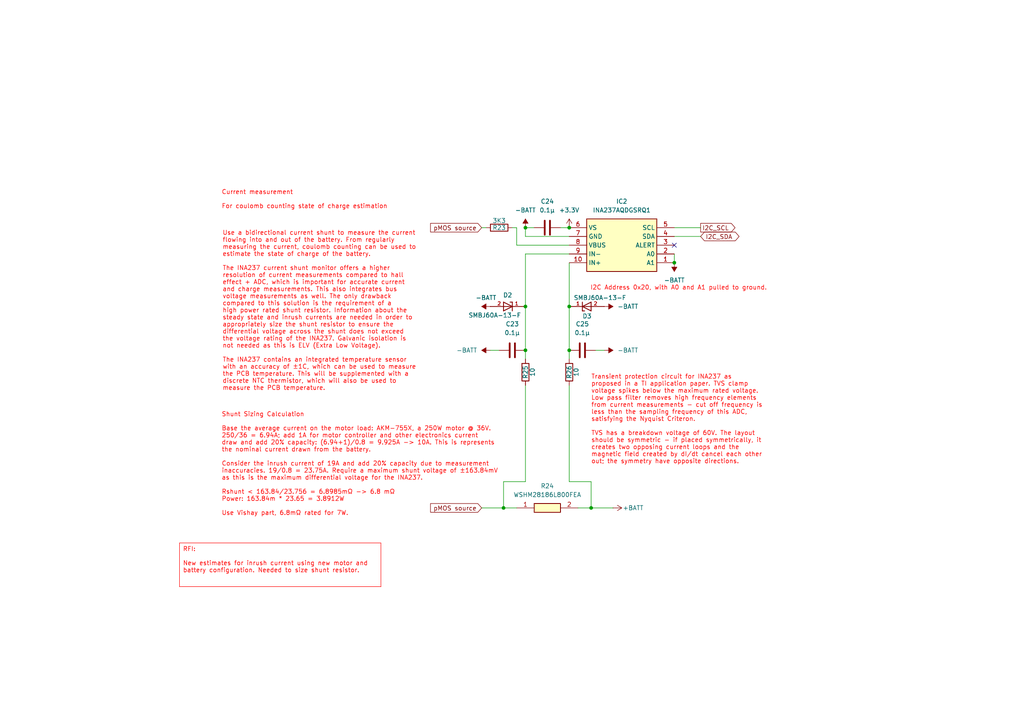
<source format=kicad_sch>
(kicad_sch (version 20250114) (generator "eeschema") (generator_version "9.0")
  (paper "A4")
  (title_block (title "IEM - Battery Management System") (date "2024-12-21") (rev "Rev 1.2") (company "Imperial Eco Marathon") (comment 1 "Designed by Anthony Ng") (comment 2 "Reviewed by "))
  (lib_symbols
    (symbol "Device:C" (pin_numbers (hide yes)) (pin_names (offset 0.254))
      (property "Reference" "C" (at 0.635 2.54 0))
      (property "Value" "C" (at 0.635 -2.54 0))
      (symbol "C_0_1"
        (polyline (pts (xy -2.032 0.762) (xy 2.032 0.762)) (stroke (width 0.508)))
        (polyline (pts (xy -2.032 -0.762) (xy 2.032 -0.762)) (stroke (width 0.508)))
      )
      (symbol "C_1_1"
        (pin passive line (at 0 3.81 270) (length 2.794) (name "~") (number "1"))
        (pin passive line (at 0 -3.81 90) (length 2.794) (name "~") (number "2"))
      )
    )
    (symbol "Device:R" (pin_numbers (hide yes)) (pin_names (offset 0))
      (property "Reference" "R" (at 2.032 0 90))
      (property "Value" "R" (at 0 0 90))
      (symbol "R_0_1"
        (rectangle (start -1.016 -2.54) (end 1.016 2.54) (stroke (width 0.254)))
      )
      (symbol "R_1_1"
        (pin passive line (at 0 3.81 270) (length 1.27) (name "~") (number "1"))
        (pin passive line (at 0 -3.81 90) (length 1.27) (name "~") (number "2"))
      )
    )
    (symbol "INA237A:INA237AQDGSRQ1"
      (property "Reference" "IC" (at 26.67 7.62 0))
      (property "Value" "INA237AQDGSRQ1" (at 26.67 5.08 0))
      (symbol "INA237AQDGSRQ1_1_1"
        (rectangle (start 5.08 2.54) (end 25.4 -12.7) (stroke (width 0.254)) (fill (type background)))
        (pin passive line (at 0 0 0) (length 5.08) (name "A1") (number "1"))
        (pin passive line (at 0 -2.54 0) (length 5.08) (name "A0") (number "2"))
        (pin passive line (at 0 -5.08 0) (length 5.08) (name "ALERT") (number "3"))
        (pin passive line (at 0 -7.62 0) (length 5.08) (name "SDA") (number "4"))
        (pin passive line (at 0 -10.16 0) (length 5.08) (name "SCL") (number "5"))
        (pin passive line (at 30.48 0 180) (length 5.08) (name "IN+") (number "10"))
        (pin passive line (at 30.48 -2.54 180) (length 5.08) (name "IN-") (number "9"))
        (pin passive line (at 30.48 -5.08 180) (length 5.08) (name "VBUS") (number "8"))
        (pin passive line (at 30.48 -7.62 180) (length 5.08) (name "GND") (number "7"))
        (pin passive line (at 30.48 -10.16 180) (length 5.08) (name "VS") (number "6"))
      )
    )
    (symbol "SMBJ60A-13-F:SMBJ60A-13-F" (pin_names (offset 1.016))
      (property "Reference" "D" (at -5.0835 2.4159 0))
      (property "Value" "SMBJ60A-13-F" (at -5.0854 -4.9611 0))
      (symbol "SMBJ60A-13-F_0_0"
        (polyline (pts (xy -1.27 0) (xy -1.27 1.27)) (stroke (width 0.254)))
        (polyline (pts (xy -1.27 0) (xy 1.27 -1.27)) (stroke (width 0.254)))
        (polyline (pts (xy -1.27 -1.27) (xy -1.27 0)) (stroke (width 0.254)))
        (polyline (pts (xy -0.635 -1.27) (xy -1.27 -1.27)) (stroke (width 0.254)))
        (polyline (pts (xy 1.27 1.27) (xy -1.27 0)) (stroke (width 0.254)))
        (polyline (pts (xy 1.27 -1.27) (xy 1.27 1.27)) (stroke (width 0.254)))
        (pin passive line (at -5.08 0 0) (length 5.08) (name "~") (number "1"))
        (pin passive line (at 5.08 0 180) (length 5.08) (name "~") (number "2"))
      )
    )
    (symbol "WSHM28186L800FEA:WSHM28186L800FEA" (pin_names (hide yes))
      (property "Reference" "R" (at 13.97 6.35 0))
      (property "Value" "WSHM28186L800FEA" (at 13.97 3.81 0))
      (symbol "WSHM28186L800FEA_1_1"
        (rectangle (start 5.08 1.27) (end 12.7 -1.27) (stroke (width 0.254)) (fill (type background)))
        (pin passive line (at 0 0 0) (length 5.08) (name "1") (number "1"))
        (pin passive line (at 17.78 0 180) (length 5.08) (name "2") (number "2"))
      )
    )
    (symbol "power:+3.3V" (power) (pin_numbers (hide yes)) (pin_names (offset 0) (hide yes))
      (property "Value" "+3.3V" (at 0 3.556 0))
      (symbol "+3.3V_0_1"
        (polyline (pts (xy -0.762 1.27) (xy 0 2.54)))
        (polyline (pts (xy 0 2.54) (xy 0.762 1.27)))
        (polyline (pts (xy 0 0) (xy 0 2.54)))
      )
      (symbol "+3.3V_1_1"
        (pin power_in line (at 0 0 90) (length 0) (name "~") (number "1"))
      )
    )
    (symbol "power:+BATT" (power) (pin_numbers (hide yes)) (pin_names (offset 0) (hide yes))
      (property "Value" "+BATT" (at 0 3.556 0))
      (symbol "+BATT_0_1"
        (polyline (pts (xy -0.762 1.27) (xy 0 2.54)))
        (polyline (pts (xy 0 2.54) (xy 0.762 1.27)))
        (polyline (pts (xy 0 0) (xy 0 2.54)))
      )
      (symbol "+BATT_1_1"
        (pin power_in line (at 0 0 90) (length 0) (name "~") (number "1"))
      )
    )
    (symbol "power:-BATT" (power) (pin_numbers (hide yes)) (pin_names (offset 0) (hide yes))
      (property "Value" "-BATT" (at 0 3.556 0))
      (symbol "-BATT_0_1"
        (polyline (pts (xy 0 0) (xy 0 2.54)))
        (polyline (pts (xy 0.762 1.27) (xy -0.762 1.27) (xy 0 2.54) (xy 0.762 1.27)) (fill (type outline)))
      )
      (symbol "-BATT_1_1"
        (pin power_in line (at 0 0 90) (length 0) (name "~") (number "1"))
      )
    )
  )
  (text "I2C Address 0x20, with A0 and A1 pulled to ground." (at 171.196 83.566 0) (effects (font (size 1.27 1.27)) (justify left)))
  (text "Use a bidirectional current shunt to measure the current \nflowing into and out of the battery. From regularly \nmeasuring the current, coulomb counting can be used to\nestimate the state of charge of the battery. \n\nThe INA237 current shunt monitor offers a higher\nresolution of current measurements compared to hall\neffect + ADC, which is important for accurate current\nand charge measurements. This also integrates bus \nvoltage measurements as well. The only drawback \ncompared to this solution is the requirement of a \nhigh power rated shunt resistor. Information about the\nsteady state and inrush currents are needed in order to\nappropriately size the shunt resistor to ensure the\ndifferential voltage across the shunt does not exceed\nthe voltage rating of the INA237. Galvanic isolation is\nnot needed as this is ELV (Extra Low Voltage).\n\nThe INA237 contains an integrated temperature sensor \nwith an accuracy of ±1C, which can be used to measure\nthe PCB temperature. This will be supplemented with a\ndiscrete NTC thermistor, which will also be used to \nmeasure the PCB temperature. " (at 64.516 90.17 0) (effects (font (size 1.27 1.27)) (justify left)))
  (text "Current measurement\n\nFor coulomb counting state of charge estimation" (at 64.262 57.912 0) (effects (font (size 1.27 1.27)) (justify left)))
  (text "Transient protection circuit for INA237 as\nproposed in a TI application paper. TVS clamp\nvoltage spikes below the maximum rated voltage. \nLow pass filter removes high frequency elements\nfrom current measurements - cut off frequency is\nless than the sampling frequency of this ADC,\nsatisfying the Nyquist Criteron.\n\nTVS has a breakdown voltage of 60V. The layout\nshould be symmetric - if placed symmetrically, it\ncreates two opposing current loops and the \nmagnetic field created by dI/dt cancel each other \nout; the symmetry have opposite directions. " (at 171.45 121.666 0) (effects (font (size 1.27 1.27)) (justify left)))
  (text "Shunt Sizing Calculation\n\nBase the average current on the motor load: AKM-755X, a 250W motor @ 36V.\n250/36 = 6.94A; add 1A for motor controller and other electronics current\ndraw and add 20% capacity: (6.94+1)/0.8 = 9.925A -> 10A. This is represents\nthe nominal current drawn from the battery. \n\nConsider the inrush current of 19A and add 20% capacity due to measurement \ninaccuracies. 19/0.8 = 23.75A. Require a maximum shunt voltage of ±163.84mV\nas this is the maximum differential voltage for the INA237. \n\nRshunt < 163.84/23.756 = 6.8985mΩ -> 6.8 mΩ\nPower: 163.84m * 23.65 = 3.8912W\n\nUse Vishay part, 6.8mΩ rated for 7W. " (at 64.262 134.62 0) (effects (font (size 1.27 1.27)) (justify left)))
  (text_box "RFI:\n\nNew estimates for inrush current using new motor and\nbattery configuration. Needed to size shunt resistor." (at 52.07 157.48 0) (size 58.42 12.7) (margins 0.9525 0.9525 0.9525 0.9525) (stroke (width 0) (color 255 0 0 1)) (fill (type color) (color 255 255 255 1)) (effects (font (size 1.27 1.27)) (justify left top)))
  (junction (at 146.05 147.32))
  (junction (at 165.1 66.04))
  (junction (at 152.4 66.04))
  (junction (at 171.45 147.32))
  (junction (at 152.4 88.9))
  (junction (at 195.58 76.2))
  (junction (at 165.1 88.9))
  (junction (at 165.1 101.6))
  (junction (at 152.4 101.6))
  (no_connect (at 195.58 71.12))
  (wire (pts (xy 165.1 111.76) (xy 165.1 139.7)))
  (wire (pts (xy 149.86 71.12) (xy 165.1 71.12)))
  (wire (pts (xy 152.4 101.6) (xy 152.4 104.14)))
  (wire (pts (xy 152.4 111.76) (xy 152.4 139.7)))
  (wire (pts (xy 139.7 66.04) (xy 140.97 66.04)))
  (wire (pts (xy 146.05 147.32) (xy 149.86 147.32)))
  (wire (pts (xy 152.4 68.58) (xy 165.1 68.58)))
  (wire (pts (xy 167.64 147.32) (xy 171.45 147.32)))
  (wire (pts (xy 152.4 66.04) (xy 154.94 66.04)))
  (wire (pts (xy 195.58 66.04) (xy 203.2 66.04)))
  (wire (pts (xy 165.1 76.2) (xy 165.1 88.9)))
  (wire (pts (xy 165.1 73.66) (xy 152.4 73.66)))
  (wire (pts (xy 171.45 147.32) (xy 177.8 147.32)))
  (wire (pts (xy 195.58 73.66) (xy 195.58 76.2)))
  (wire (pts (xy 165.1 88.9) (xy 165.1 101.6)))
  (wire (pts (xy 152.4 66.04) (xy 152.4 68.58)))
  (wire (pts (xy 195.58 68.58) (xy 203.2 68.58)))
  (wire (pts (xy 149.86 66.04) (xy 149.86 71.12)))
  (wire (pts (xy 171.45 139.7) (xy 171.45 147.32)))
  (wire (pts (xy 139.7 147.32) (xy 146.05 147.32)))
  (wire (pts (xy 175.26 101.6) (xy 172.72 101.6)))
  (wire (pts (xy 162.56 66.04) (xy 165.1 66.04)))
  (wire (pts (xy 148.59 66.04) (xy 149.86 66.04)))
  (wire (pts (xy 146.05 139.7) (xy 146.05 147.32)))
  (wire (pts (xy 142.24 101.6) (xy 144.78 101.6)))
  (wire (pts (xy 152.4 73.66) (xy 152.4 88.9)))
  (wire (pts (xy 165.1 139.7) (xy 171.45 139.7)))
  (wire (pts (xy 152.4 88.9) (xy 152.4 101.6)))
  (wire (pts (xy 165.1 101.6) (xy 165.1 104.14)))
  (wire (pts (xy 152.4 139.7) (xy 146.05 139.7)))
  (global_label "I2C_SDA" (shape bidirectional) (at 203.2 68.58 0) (property "Intersheetrefs" "${INTERSHEET_REFS}" (effects (hide yes))))
  (global_label "I2C_SCL" (shape output) (at 203.2 66.04 0) (property "Intersheetrefs" "${INTERSHEET_REFS}" (effects (hide yes))))
  (global_label "pMOS source" (shape input) (at 139.7 147.32 180) (property "Intersheetrefs" "${INTERSHEET_REFS}" (effects (hide yes))))
  (global_label "pMOS source" (shape input) (at 139.7 66.04 180) (property "Intersheetrefs" "${INTERSHEET_REFS}" (effects (hide yes))))
  (symbol (lib_id "power:-BATT") (at 142.24 101.6 90) (unit 1)
    (property "Reference" "#PWR047" (effects (hide yes)))
    (property "Value" "-BATT" (at 138.43 101.5999 90) (effects (justify left)))
    (property "Description" "Power symbol creates a global label with name \"-BATT\"" (effects (hide yes)))
  )
  (symbol (lib_id "Device:C") (at 168.91 101.6 90) (unit 1)
    (property "Reference" "C25" (at 168.91 93.98 90))
    (property "Value" "0.1µ" (at 168.91 96.52 90))
    (property "Footprint" "Capacitor_SMD:C_0805_2012Metric_Pad1.18x1.45mm_HandSolder" (effects (hide yes)))
    (property "Description" "Unpolarized capacitor" (effects (hide yes)))
  )
  (symbol (lib_id "Device:C") (at 148.59 101.6 90) (unit 1)
    (property "Reference" "C23" (at 148.59 93.98 90))
    (property "Value" "0.1µ" (at 148.59 96.52 90))
    (property "Footprint" "Capacitor_SMD:C_0805_2012Metric_Pad1.18x1.45mm_HandSolder" (effects (hide yes)))
    (property "Description" "Unpolarized capacitor" (effects (hide yes)))
  )
  (symbol (lib_id "power:-BATT") (at 142.24 88.9 90) (unit 1)
    (property "Reference" "#PWR046" (effects (hide yes)))
    (property "Value" "-BATT" (at 140.97 86.36 90))
    (property "Description" "Power symbol creates a global label with name \"-BATT\"" (effects (hide yes)))
  )
  (symbol (lib_id "SMBJ60A-13-F:SMBJ60A-13-F") (at 147.32 88.9 180) (unit 1)
    (property "Reference" "D2" (at 148.59 85.598 0) (effects (justify left)))
    (property "Value" "SMBJ60A-13-F" (at 151.13 91.44 0) (effects (justify left)))
    (property "Footprint" "SMBJ60A-13-F:DIOM5336X250N" (effects (hide yes)))
    (property "MF" "Diodes Inc." (effects (hide yes)))
    (property "MAXIMUM_PACKAGE_HEIGHT" "2.50mm" (effects (hide yes)))
    (property "Package" "DO-214 Diodes Inc." (effects (hide yes)))
    (property "Price" "None" (effects (hide yes)))
    (property "Check_prices" "https://www.snapeda.com/parts/SMBJ60A-13-F/Diodes+Inc./view-part/?ref=eda" (effects (hide yes)))
    (property "STANDARD" "IPC 7351B" (effects (hide yes)))
    (property "PARTREV" "20 - 2" (effects (hide yes)))
    (property "SnapEDA_Link" "https://www.snapeda.com/parts/SMBJ60A-13-F/Diodes+Inc./view-part/?ref=snap" (effects (hide yes)))
    (property "SNAPEDA_PACKAGE_ID" "7518" (effects (hide yes)))
    (property "MP" "SMBJ60A-13-F" (effects (hide yes)))
    (property "Description_1" "\n                        \n                            96.8V Clamp 6.2A Ipp Tvs Diode Surface Mount SMB\n                        \n" (effects (hide yes)))
    (property "Availability" "In Stock" (effects (hide yes)))
    (property "MANUFACTURER" "Diodes Inc." (effects (hide yes)))
  )
  (symbol (lib_id "Device:R") (at 165.1 107.95 0) (unit 1)
    (property "Reference" "R26" (at 165.1 107.95 90))
    (property "Value" "10" (at 167.132 107.95 90))
    (property "Footprint" "Resistor_SMD:R_0805_2012Metric_Pad1.20x1.40mm_HandSolder" (effects (hide yes)))
    (property "Description" "Resistor" (effects (hide yes)))
  )
  (symbol (lib_id "power:+3.3V") (at 165.1 66.04 0) (unit 1)
    (property "Reference" "#PWR049" (effects (hide yes)))
    (property "Value" "+3.3V" (at 165.1 60.96 0))
    (property "Description" "Power symbol creates a global label with name \"+3.3V\"" (effects (hide yes)))
  )
  (symbol (lib_id "Device:R") (at 144.78 66.04 90) (unit 1)
    (property "Reference" "R23" (at 144.78 66.04 90))
    (property "Value" "3K3" (at 144.78 64.008 90))
    (property "Footprint" "Resistor_SMD:R_0805_2012Metric_Pad1.20x1.40mm_HandSolder" (effects (hide yes)))
    (property "Description" "Resistor" (effects (hide yes)))
  )
  (symbol (lib_id "INA237A:INA237AQDGSRQ1") (at 195.58 76.2 180) (unit 1)
    (property "Reference" "IC2" (at 180.34 58.42 0))
    (property "Value" "INA237AQDGSRQ1" (at 180.34 60.96 0))
    (property "Footprint" "INA237A:SOP50P490X110-10N" (effects (hide yes)))
    (property "Datasheet" "https://www.ti.com/lit/ds/symlink/ina237-q1.pdf?ts=1625619121802" (effects (hide yes)))
    (property "Description" "Current & Power Monitors & Regulators AEC-Q100, 85-V, 16-bit, I C output current/voltage/charge monitor" (effects (hide yes)))
    (property "Height" "1.1" (effects (hide yes)))
    (property "Manufacturer_Name" "Texas Instruments" (effects (hide yes)))
    (property "Manufacturer_Part_Number" "INA237AQDGSRQ1" (effects (hide yes)))
    (property "Mouser Part Number" "595-INA237AQDGSRQ1" (effects (hide yes)))
    (property "Mouser Price/Stock" "https://www.mouser.co.uk/ProductDetail/Texas-Instruments/INA237AQDGSRQ1?qs=QNEnbhJQKvZMdvZTHxOefQ%3D%3D" (effects (hide yes)))
    (property "Arrow Part Number" "INA237AQDGSRQ1" (effects (hide yes)))
    (property "Arrow Price/Stock" "https://www.arrow.com/en/products/ina237aqdgsrq1/texas-instruments?region=nac" (effects (hide yes)))
  )
  (symbol (lib_id "power:-BATT") (at 152.4 66.04 0) (unit 1)
    (property "Reference" "#PWR048" (effects (hide yes)))
    (property "Value" "-BATT" (at 152.4 60.96 0))
    (property "Description" "Power symbol creates a global label with name \"-BATT\"" (effects (hide yes)))
  )
  (symbol (lib_id "power:-BATT") (at 195.58 76.2 180) (unit 1)
    (property "Reference" "#PWR053" (effects (hide yes)))
    (property "Value" "-BATT" (at 195.58 81.28 0))
    (property "Description" "Power symbol creates a global label with name \"-BATT\"" (effects (hide yes)))
  )
  (symbol (lib_id "Device:C") (at 158.75 66.04 90) (unit 1)
    (property "Reference" "C24" (at 158.75 58.42 90))
    (property "Value" "0.1µ" (at 158.75 60.96 90))
    (property "Footprint" "Capacitor_SMD:C_0805_2012Metric_Pad1.18x1.45mm_HandSolder" (effects (hide yes)))
    (property "Description" "Unpolarized capacitor" (effects (hide yes)))
  )
  (symbol (lib_id "Device:R") (at 152.4 107.95 0) (unit 1)
    (property "Reference" "R25" (at 152.4 107.95 90))
    (property "Value" "10" (at 154.432 107.95 90))
    (property "Footprint" "Resistor_SMD:R_0805_2012Metric_Pad1.20x1.40mm_HandSolder" (effects (hide yes)))
    (property "Description" "Resistor" (effects (hide yes)))
  )
  (symbol (lib_id "SMBJ60A-13-F:SMBJ60A-13-F") (at 170.18 88.9 0) (unit 1)
    (property "Reference" "D3" (at 168.91 91.694 0) (effects (justify left)))
    (property "Value" "SMBJ60A-13-F" (at 166.37 86.36 0) (effects (justify left)))
    (property "Footprint" "SMBJ60A-13-F:DIOM5336X250N" (effects (hide yes)))
    (property "MF" "Diodes Inc." (effects (hide yes)))
    (property "MAXIMUM_PACKAGE_HEIGHT" "2.50mm" (effects (hide yes)))
    (property "Package" "DO-214 Diodes Inc." (effects (hide yes)))
    (property "Price" "None" (effects (hide yes)))
    (property "Check_prices" "https://www.snapeda.com/parts/SMBJ60A-13-F/Diodes+Inc./view-part/?ref=eda" (effects (hide yes)))
    (property "STANDARD" "IPC 7351B" (effects (hide yes)))
    (property "PARTREV" "20 - 2" (effects (hide yes)))
    (property "SnapEDA_Link" "https://www.snapeda.com/parts/SMBJ60A-13-F/Diodes+Inc./view-part/?ref=snap" (effects (hide yes)))
    (property "SNAPEDA_PACKAGE_ID" "7518" (effects (hide yes)))
    (property "MP" "SMBJ60A-13-F" (effects (hide yes)))
    (property "Description_1" "\n                        \n                            96.8V Clamp 6.2A Ipp Tvs Diode Surface Mount SMB\n                        \n" (effects (hide yes)))
    (property "Availability" "In Stock" (effects (hide yes)))
    (property "MANUFACTURER" "Diodes Inc." (effects (hide yes)))
  )
  (symbol (lib_id "power:+BATT") (at 177.8 147.32 270) (unit 1)
    (property "Reference" "#PWR052" (effects (hide yes)))
    (property "Value" "+BATT" (at 183.642 147.32 90))
    (property "Description" "Power symbol creates a global label with name \"+BATT\"" (effects (hide yes)))
  )
  (symbol (lib_id "WSHM28186L800FEA:WSHM28186L800FEA") (at 149.86 147.32 0) (unit 1)
    (property "Reference" "R24" (at 158.75 140.97 0))
    (property "Value" "WSHM28186L800FEA" (at 158.75 143.51 0))
    (property "Footprint" "WSHM28186L800FEA:WSHM2818R0330FEB" (effects (hide yes)))
    (property "Datasheet" "https://componentsearchengine.com/Datasheets/2/WSHM2818R0330FEB.pdf" (effects (hide yes)))
    (property "Description" "RES 0.0068 OHM 1% 7W 2818" (effects (hide yes)))
    (property "Height" "1.75" (effects (hide yes)))
    (property "Manufacturer_Name" "Vishay" (effects (hide yes)))
    (property "Manufacturer_Part_Number" "WSHM28186L800FEA" (effects (hide yes)))
    (property "Mouser Part Number" "71-WSHM28186L800FEA" (effects (hide yes)))
    (property "Mouser Price/Stock" "https://www.mouser.co.uk/ProductDetail/Vishay-Dale/WSHM28186L800FEA?qs=Blj4iBE%2FJuNu18DD8X313g%3D%3D" (effects (hide yes)))
  )
  (symbol (lib_id "power:-BATT") (at 175.26 101.6 270) (unit 1)
    (property "Reference" "#PWR051" (effects (hide yes)))
    (property "Value" "-BATT" (at 179.07 101.5999 90) (effects (justify left)))
    (property "Description" "Power symbol creates a global label with name \"-BATT\"" (effects (hide yes)))
  )
  (symbol (lib_id "power:-BATT") (at 175.26 88.9 270) (unit 1)
    (property "Reference" "#PWR050" (effects (hide yes)))
    (property "Value" "-BATT" (at 179.07 88.8999 90) (effects (justify left)))
    (property "Description" "Power symbol creates a global label with name \"-BATT\"" (effects (hide yes)))
  )
)
</source>
